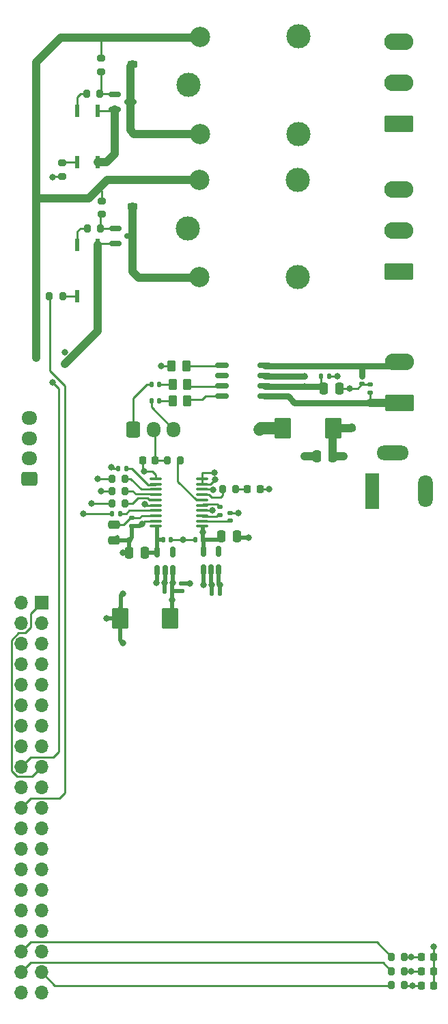
<source format=gbr>
%TF.GenerationSoftware,KiCad,Pcbnew,8.0.6*%
%TF.CreationDate,2024-12-05T11:31:46+01:00*%
%TF.ProjectId,BANBEL,42414e42-454c-42e6-9b69-6361645f7063,1.01*%
%TF.SameCoordinates,Original*%
%TF.FileFunction,Copper,L1,Top*%
%TF.FilePolarity,Positive*%
%FSLAX46Y46*%
G04 Gerber Fmt 4.6, Leading zero omitted, Abs format (unit mm)*
G04 Created by KiCad (PCBNEW 8.0.6) date 2024-12-05 11:31:46*
%MOMM*%
%LPD*%
G01*
G04 APERTURE LIST*
G04 Aperture macros list*
%AMRoundRect*
0 Rectangle with rounded corners*
0 $1 Rounding radius*
0 $2 $3 $4 $5 $6 $7 $8 $9 X,Y pos of 4 corners*
0 Add a 4 corners polygon primitive as box body*
4,1,4,$2,$3,$4,$5,$6,$7,$8,$9,$2,$3,0*
0 Add four circle primitives for the rounded corners*
1,1,$1+$1,$2,$3*
1,1,$1+$1,$4,$5*
1,1,$1+$1,$6,$7*
1,1,$1+$1,$8,$9*
0 Add four rect primitives between the rounded corners*
20,1,$1+$1,$2,$3,$4,$5,0*
20,1,$1+$1,$4,$5,$6,$7,0*
20,1,$1+$1,$6,$7,$8,$9,0*
20,1,$1+$1,$8,$9,$2,$3,0*%
G04 Aperture macros list end*
%TA.AperFunction,SMDPad,CuDef*%
%ADD10RoundRect,0.250000X0.250000X0.475000X-0.250000X0.475000X-0.250000X-0.475000X0.250000X-0.475000X0*%
%TD*%
%TA.AperFunction,ComponentPad*%
%ADD11R,1.700000X1.700000*%
%TD*%
%TA.AperFunction,ComponentPad*%
%ADD12O,1.700000X1.700000*%
%TD*%
%TA.AperFunction,SMDPad,CuDef*%
%ADD13RoundRect,0.140000X0.170000X-0.140000X0.170000X0.140000X-0.170000X0.140000X-0.170000X-0.140000X0*%
%TD*%
%TA.AperFunction,SMDPad,CuDef*%
%ADD14RoundRect,0.218750X0.218750X0.256250X-0.218750X0.256250X-0.218750X-0.256250X0.218750X-0.256250X0*%
%TD*%
%TA.AperFunction,SMDPad,CuDef*%
%ADD15RoundRect,0.200000X0.200000X0.275000X-0.200000X0.275000X-0.200000X-0.275000X0.200000X-0.275000X0*%
%TD*%
%TA.AperFunction,SMDPad,CuDef*%
%ADD16RoundRect,0.250000X0.787500X1.025000X-0.787500X1.025000X-0.787500X-1.025000X0.787500X-1.025000X0*%
%TD*%
%TA.AperFunction,SMDPad,CuDef*%
%ADD17RoundRect,0.225000X-0.375000X0.225000X-0.375000X-0.225000X0.375000X-0.225000X0.375000X0.225000X0*%
%TD*%
%TA.AperFunction,SMDPad,CuDef*%
%ADD18RoundRect,0.200000X-0.200000X-0.275000X0.200000X-0.275000X0.200000X0.275000X-0.200000X0.275000X0*%
%TD*%
%TA.AperFunction,SMDPad,CuDef*%
%ADD19RoundRect,0.140000X0.140000X0.170000X-0.140000X0.170000X-0.140000X-0.170000X0.140000X-0.170000X0*%
%TD*%
%TA.AperFunction,SMDPad,CuDef*%
%ADD20RoundRect,0.140000X-0.140000X-0.170000X0.140000X-0.170000X0.140000X0.170000X-0.140000X0.170000X0*%
%TD*%
%TA.AperFunction,SMDPad,CuDef*%
%ADD21RoundRect,0.200000X0.275000X-0.200000X0.275000X0.200000X-0.275000X0.200000X-0.275000X-0.200000X0*%
%TD*%
%TA.AperFunction,SMDPad,CuDef*%
%ADD22RoundRect,0.250000X-0.262500X-0.450000X0.262500X-0.450000X0.262500X0.450000X-0.262500X0.450000X0*%
%TD*%
%TA.AperFunction,SMDPad,CuDef*%
%ADD23RoundRect,0.150000X0.150000X-0.512500X0.150000X0.512500X-0.150000X0.512500X-0.150000X-0.512500X0*%
%TD*%
%TA.AperFunction,ComponentPad*%
%ADD24RoundRect,0.250000X0.725000X-0.600000X0.725000X0.600000X-0.725000X0.600000X-0.725000X-0.600000X0*%
%TD*%
%TA.AperFunction,ComponentPad*%
%ADD25O,1.950000X1.700000*%
%TD*%
%TA.AperFunction,ComponentPad*%
%ADD26RoundRect,0.250000X-0.600000X-0.725000X0.600000X-0.725000X0.600000X0.725000X-0.600000X0.725000X0*%
%TD*%
%TA.AperFunction,ComponentPad*%
%ADD27O,1.700000X1.950000*%
%TD*%
%TA.AperFunction,SMDPad,CuDef*%
%ADD28RoundRect,0.225000X-0.225000X-0.250000X0.225000X-0.250000X0.225000X0.250000X-0.225000X0.250000X0*%
%TD*%
%TA.AperFunction,SMDPad,CuDef*%
%ADD29RoundRect,0.100000X0.637500X0.100000X-0.637500X0.100000X-0.637500X-0.100000X0.637500X-0.100000X0*%
%TD*%
%TA.AperFunction,SMDPad,CuDef*%
%ADD30RoundRect,0.135000X0.135000X0.185000X-0.135000X0.185000X-0.135000X-0.185000X0.135000X-0.185000X0*%
%TD*%
%TA.AperFunction,SMDPad,CuDef*%
%ADD31RoundRect,0.150000X-0.675000X-0.150000X0.675000X-0.150000X0.675000X0.150000X-0.675000X0.150000X0*%
%TD*%
%TA.AperFunction,SMDPad,CuDef*%
%ADD32R,0.600000X1.500000*%
%TD*%
%TA.AperFunction,ComponentPad*%
%ADD33RoundRect,0.249999X1.550001X-0.790001X1.550001X0.790001X-1.550001X0.790001X-1.550001X-0.790001X0*%
%TD*%
%TA.AperFunction,ComponentPad*%
%ADD34O,3.600000X2.080000*%
%TD*%
%TA.AperFunction,SMDPad,CuDef*%
%ADD35RoundRect,0.225000X0.225000X0.250000X-0.225000X0.250000X-0.225000X-0.250000X0.225000X-0.250000X0*%
%TD*%
%TA.AperFunction,SMDPad,CuDef*%
%ADD36RoundRect,0.250000X-0.475000X0.250000X-0.475000X-0.250000X0.475000X-0.250000X0.475000X0.250000X0*%
%TD*%
%TA.AperFunction,SMDPad,CuDef*%
%ADD37RoundRect,0.150000X-0.587500X-0.150000X0.587500X-0.150000X0.587500X0.150000X-0.587500X0.150000X0*%
%TD*%
%TA.AperFunction,SMDPad,CuDef*%
%ADD38RoundRect,0.140000X-0.170000X0.140000X-0.170000X-0.140000X0.170000X-0.140000X0.170000X0.140000X0*%
%TD*%
%TA.AperFunction,SMDPad,CuDef*%
%ADD39RoundRect,0.250000X-0.250000X-0.475000X0.250000X-0.475000X0.250000X0.475000X-0.250000X0.475000X0*%
%TD*%
%TA.AperFunction,ComponentPad*%
%ADD40C,3.000000*%
%TD*%
%TA.AperFunction,ComponentPad*%
%ADD41C,2.500000*%
%TD*%
%TA.AperFunction,ComponentPad*%
%ADD42R,1.800000X4.400000*%
%TD*%
%TA.AperFunction,ComponentPad*%
%ADD43O,1.800000X4.000000*%
%TD*%
%TA.AperFunction,ComponentPad*%
%ADD44O,4.000000X1.800000*%
%TD*%
%TA.AperFunction,ViaPad*%
%ADD45C,0.800000*%
%TD*%
%TA.AperFunction,Conductor*%
%ADD46C,0.250000*%
%TD*%
%TA.AperFunction,Conductor*%
%ADD47C,0.500000*%
%TD*%
%TA.AperFunction,Conductor*%
%ADD48C,1.000000*%
%TD*%
%TA.AperFunction,Conductor*%
%ADD49C,1.500000*%
%TD*%
%TA.AperFunction,Conductor*%
%ADD50C,0.800000*%
%TD*%
G04 APERTURE END LIST*
D10*
%TO.P,C4,1*%
%TO.N,+5V*%
X104249500Y-83058000D03*
%TO.P,C4,2*%
%TO.N,GND*%
X102349500Y-83058000D03*
%TD*%
D11*
%TO.P,J2,1,Pin_1*%
%TO.N,+3V3P*%
X68203000Y-101239200D03*
D12*
%TO.P,J2,2,Pin_2*%
%TO.N,+5V*%
X65663000Y-101239200D03*
%TO.P,J2,3,Pin_3*%
%TO.N,unconnected-(J2-Pin_3-Pad3)*%
X68203000Y-103779200D03*
%TO.P,J2,4,Pin_4*%
%TO.N,+5V*%
X65663000Y-103779200D03*
%TO.P,J2,5,Pin_5*%
%TO.N,unconnected-(J2-Pin_5-Pad5)*%
X68203000Y-106319200D03*
%TO.P,J2,6,Pin_6*%
%TO.N,GND*%
X65663000Y-106319200D03*
%TO.P,J2,7,Pin_7*%
%TO.N,unconnected-(J2-Pin_7-Pad7)*%
X68203000Y-108859200D03*
%TO.P,J2,8,Pin_8*%
%TO.N,unconnected-(J2-Pin_8-Pad8)*%
X65663000Y-108859200D03*
%TO.P,J2,9,Pin_9*%
%TO.N,GND*%
X68203000Y-111399200D03*
%TO.P,J2,10,Pin_10*%
%TO.N,unconnected-(J2-Pin_10-Pad10)*%
X65663000Y-111399200D03*
%TO.P,J2,11,Pin_11*%
%TO.N,GPIO17*%
X68203000Y-113939200D03*
%TO.P,J2,12,Pin_12*%
%TO.N,GPIO18*%
X65663000Y-113939200D03*
%TO.P,J2,13,Pin_13*%
%TO.N,GPIO27*%
X68203000Y-116479200D03*
%TO.P,J2,14,Pin_14*%
%TO.N,GND*%
X65663000Y-116479200D03*
%TO.P,J2,15,Pin_15*%
%TO.N,GPIO22*%
X68203000Y-119019200D03*
%TO.P,J2,16,Pin_16*%
%TO.N,GPIO23*%
X65663000Y-119019200D03*
%TO.P,J2,17,Pin_17*%
%TO.N,+3V3P*%
X68203000Y-121559200D03*
%TO.P,J2,18,Pin_18*%
%TO.N,GPIO24*%
X65663000Y-121559200D03*
%TO.P,J2,19,Pin_19*%
%TO.N,GPIO10*%
X68203000Y-124099200D03*
%TO.P,J2,20,Pin_20*%
%TO.N,GND*%
X65663000Y-124099200D03*
%TO.P,J2,21,Pin_21*%
%TO.N,GPIO09*%
X68203000Y-126639200D03*
%TO.P,J2,22,Pin_22*%
%TO.N,GPIO25*%
X65663000Y-126639200D03*
%TO.P,J2,23,Pin_23*%
%TO.N,GPIO11*%
X68203000Y-129179200D03*
%TO.P,J2,24,Pin_24*%
%TO.N,GPIO8*%
X65663000Y-129179200D03*
%TO.P,J2,25,Pin_25*%
%TO.N,GND*%
X68203000Y-131719200D03*
%TO.P,J2,26,Pin_26*%
%TO.N,GPIO7*%
X65663000Y-131719200D03*
%TO.P,J2,27,Pin_27*%
%TO.N,unconnected-(J2-Pin_27-Pad27)*%
X68203000Y-134259200D03*
%TO.P,J2,28,Pin_28*%
%TO.N,unconnected-(J2-Pin_28-Pad28)*%
X65663000Y-134259200D03*
%TO.P,J2,29,Pin_29*%
%TO.N,unconnected-(J2-Pin_29-Pad29)*%
X68203000Y-136799200D03*
%TO.P,J2,30,Pin_30*%
%TO.N,GND*%
X65663000Y-136799200D03*
%TO.P,J2,31,Pin_31*%
%TO.N,GPIO6*%
X68203000Y-139339200D03*
%TO.P,J2,32,Pin_32*%
%TO.N,unconnected-(J2-Pin_32-Pad32)*%
X65663000Y-139339200D03*
%TO.P,J2,33,Pin_33*%
%TO.N,GPIO13*%
X68203000Y-141879200D03*
%TO.P,J2,34,Pin_34*%
%TO.N,GND*%
X65663000Y-141879200D03*
%TO.P,J2,35,Pin_35*%
%TO.N,GPIO19*%
X68203000Y-144419200D03*
%TO.P,J2,36,Pin_36*%
%TO.N,GPIO16*%
X65663000Y-144419200D03*
%TO.P,J2,37,Pin_37*%
%TO.N,GPIO26*%
X68203000Y-146959200D03*
%TO.P,J2,38,Pin_38*%
%TO.N,GPIO20*%
X65663000Y-146959200D03*
%TO.P,J2,39,Pin_39*%
%TO.N,GND*%
X68203000Y-149499200D03*
%TO.P,J2,40,Pin_40*%
%TO.N,GPIO21*%
X65663000Y-149499200D03*
%TD*%
D13*
%TO.P,C6,1*%
%TO.N,+5V*%
X85598000Y-99771000D03*
%TO.P,C6,2*%
%TO.N,GND*%
X85598000Y-98811000D03*
%TD*%
D14*
%TO.P,D2,1,K*%
%TO.N,GND*%
X116840000Y-146812000D03*
%TO.P,D2,2,A*%
%TO.N,Net-(D2-A)*%
X115265000Y-146812000D03*
%TD*%
D15*
%TO.P,R3,1*%
%TO.N,Net-(D1-A)*%
X113194600Y-145034000D03*
%TO.P,R3,2*%
%TO.N,GPIO16*%
X111544600Y-145034000D03*
%TD*%
%TO.P,R4,1*%
%TO.N,Net-(D2-A)*%
X113194600Y-146812000D03*
%TO.P,R4,2*%
%TO.N,GPIO20*%
X111544600Y-146812000D03*
%TD*%
%TO.P,R5,1*%
%TO.N,Net-(D3-A)*%
X113194600Y-148539200D03*
%TO.P,R5,2*%
%TO.N,GPIO26*%
X111544600Y-148539200D03*
%TD*%
D16*
%TO.P,C1,1*%
%TO.N,+5V*%
X84138500Y-103124000D03*
%TO.P,C1,2*%
%TO.N,GND*%
X77913500Y-103124000D03*
%TD*%
D14*
%TO.P,D1,1,K*%
%TO.N,GND*%
X116840000Y-145034000D03*
%TO.P,D1,2,A*%
%TO.N,Net-(D1-A)*%
X115265000Y-145034000D03*
%TD*%
%TO.P,D3,1,K*%
%TO.N,GND*%
X116840000Y-148590000D03*
%TO.P,D3,2,A*%
%TO.N,Net-(D3-A)*%
X115265000Y-148590000D03*
%TD*%
D17*
%TO.P,D4,1,K*%
%TO.N,+5V*%
X79502000Y-31244000D03*
%TO.P,D4,2,A*%
%TO.N,Net-(D4-A)*%
X79502000Y-34544000D03*
%TD*%
D18*
%TO.P,R8,1*%
%TO.N,GPIO25*%
X69138800Y-63296800D03*
%TO.P,R8,2*%
%TO.N,Net-(R8-Pad2)*%
X70788800Y-63296800D03*
%TD*%
%TO.P,R13,1*%
%TO.N,GPIO19*%
X76899000Y-88900000D03*
%TO.P,R13,2*%
%TO.N,Net-(U3-LRCK)*%
X78549000Y-88900000D03*
%TD*%
D19*
%TO.P,C10,1*%
%TO.N,+3.3VA*%
X88209000Y-93395800D03*
%TO.P,C10,2*%
%TO.N,GND*%
X87249000Y-93395800D03*
%TD*%
D15*
%TO.P,R15,1*%
%TO.N,Net-(U3-OUTL)*%
X85407000Y-83566000D03*
%TO.P,R15,2*%
%TO.N,Net-(J1-Pin_2)*%
X83757000Y-83566000D03*
%TD*%
D20*
%TO.P,C3,1*%
%TO.N,+3V3*%
X83241000Y-93395800D03*
%TO.P,C3,2*%
%TO.N,GND*%
X84201000Y-93395800D03*
%TD*%
D21*
%TO.P,R17,1*%
%TO.N,Net-(Q3-B)*%
X75565000Y-35496000D03*
%TO.P,R17,2*%
%TO.N,+5V*%
X75565000Y-33846000D03*
%TD*%
D22*
%TO.P,R2,1*%
%TO.N,Net-(C22-Pad2)*%
X84431500Y-74168000D03*
%TO.P,R2,2*%
%TO.N,Net-(U1-IN+)*%
X86256500Y-74168000D03*
%TD*%
D23*
%TO.P,U5,1,V_{IN}*%
%TO.N,+5V*%
X88265000Y-97149500D03*
%TO.P,U5,2,V_{SS}*%
%TO.N,GND*%
X89215000Y-97149500D03*
%TO.P,U5,3,CE*%
%TO.N,+5V*%
X90165000Y-97149500D03*
%TO.P,U5,4,NC*%
%TO.N,unconnected-(U5-NC-Pad4)*%
X90165000Y-94874500D03*
%TO.P,U5,5,V_{OUT}*%
%TO.N,+3.3VA*%
X88265000Y-94874500D03*
%TD*%
D24*
%TO.P,J3,1,Pin_1*%
%TO.N,GND*%
X66675000Y-85859000D03*
D25*
%TO.P,J3,2,Pin_2*%
%TO.N,Net-(D1-A)*%
X66675000Y-83359000D03*
%TO.P,J3,3,Pin_3*%
%TO.N,Net-(D2-A)*%
X66675000Y-80859000D03*
%TO.P,J3,4,Pin_4*%
%TO.N,Net-(D3-A)*%
X66675000Y-78359000D03*
%TD*%
D26*
%TO.P,J1,1,Pin_1*%
%TO.N,Net-(J1-Pin_1)*%
X79582000Y-79756000D03*
D27*
%TO.P,J1,2,Pin_2*%
%TO.N,Net-(J1-Pin_2)*%
X82082000Y-79756000D03*
%TO.P,J1,3,Pin_3*%
%TO.N,Net-(J1-Pin_3)*%
X84582000Y-79756000D03*
%TD*%
D18*
%TO.P,R14,1*%
%TO.N,Net-(U3-OUTR)*%
X90615000Y-87122000D03*
%TO.P,R14,2*%
%TO.N,Net-(C16-Pad1)*%
X92265000Y-87122000D03*
%TD*%
D28*
%TO.P,C16,1*%
%TO.N,Net-(C16-Pad1)*%
X93713000Y-87122000D03*
%TO.P,C16,2*%
%TO.N,GND*%
X95263000Y-87122000D03*
%TD*%
D29*
%TO.P,U3,1,CPVDD*%
%TO.N,+3.3VA*%
X88079500Y-91748800D03*
%TO.P,U3,2,CAPP*%
%TO.N,Net-(U3-CAPP)*%
X88079500Y-91098800D03*
%TO.P,U3,3,CPGND*%
%TO.N,Net-(U3-CPGND)*%
X88079500Y-90448800D03*
%TO.P,U3,4,CAPM*%
%TO.N,Net-(U3-CAPM)*%
X88079500Y-89798800D03*
%TO.P,U3,5,VNEG*%
%TO.N,Net-(U3-VNEG)*%
X88079500Y-89148800D03*
%TO.P,U3,6,OUTL*%
%TO.N,Net-(U3-OUTL)*%
X88079500Y-88498800D03*
%TO.P,U3,7,OUTR*%
%TO.N,Net-(U3-OUTR)*%
X88079500Y-87848800D03*
%TO.P,U3,8,AVDD*%
%TO.N,+3.3VA*%
X88079500Y-87198800D03*
%TO.P,U3,9,AGND*%
%TO.N,GND*%
X88079500Y-86548800D03*
%TO.P,U3,10,DEMP*%
X88079500Y-85898800D03*
%TO.P,U3,11,FLT*%
X82354500Y-85898800D03*
%TO.P,U3,12,SCK*%
%TO.N,Net-(U3-SCK)*%
X82354500Y-86548800D03*
%TO.P,U3,13,BCK*%
%TO.N,Net-(U3-BCK)*%
X82354500Y-87198800D03*
%TO.P,U3,14,DIN*%
%TO.N,Net-(U3-DIN)*%
X82354500Y-87848800D03*
%TO.P,U3,15,LRCK*%
%TO.N,Net-(U3-LRCK)*%
X82354500Y-88498800D03*
%TO.P,U3,16,FMT*%
%TO.N,GND*%
X82354500Y-89148800D03*
%TO.P,U3,17,XSMT*%
%TO.N,Net-(U3-XSMT)*%
X82354500Y-89798800D03*
%TO.P,U3,18,LDOO*%
%TO.N,Net-(U3-LDOO)*%
X82354500Y-90448800D03*
%TO.P,U3,19,DGND*%
%TO.N,GND*%
X82354500Y-91098800D03*
%TO.P,U3,20,DVDD*%
%TO.N,+3V3*%
X82354500Y-91748800D03*
%TD*%
D13*
%TO.P,C24,1*%
%TO.N,GND*%
X107950000Y-74112000D03*
%TO.P,C24,2*%
%TO.N,Net-(J7-Pin_2)*%
X107950000Y-73152000D03*
%TD*%
D19*
%TO.P,C2,1*%
%TO.N,+5V*%
X84399000Y-99745800D03*
%TO.P,C2,2*%
%TO.N,GND*%
X83439000Y-99745800D03*
%TD*%
D16*
%TO.P,C27,1*%
%TO.N,+5V*%
X104329500Y-79602000D03*
%TO.P,C27,2*%
%TO.N,GND*%
X98104500Y-79602000D03*
%TD*%
D22*
%TO.P,R6,1*%
%TO.N,+5V*%
X84328000Y-71882000D03*
%TO.P,R6,2*%
%TO.N,Net-(U1-~{SD})*%
X86153000Y-71882000D03*
%TD*%
D23*
%TO.P,U4,1,V_{IN}*%
%TO.N,+5V*%
X82555000Y-97205800D03*
%TO.P,U4,2,V_{SS}*%
%TO.N,GND*%
X83505000Y-97205800D03*
%TO.P,U4,3,CE*%
%TO.N,+5V*%
X84455000Y-97205800D03*
%TO.P,U4,4,NC*%
%TO.N,unconnected-(U4-NC-Pad4)*%
X84455000Y-94930800D03*
%TO.P,U4,5,V_{OUT}*%
%TO.N,+3V3*%
X82555000Y-94930800D03*
%TD*%
D30*
%TO.P,R16,1*%
%TO.N,Net-(U3-XSMT)*%
X77980000Y-90170000D03*
%TO.P,R16,2*%
%TO.N,GPIO22*%
X76960000Y-90170000D03*
%TD*%
D18*
%TO.P,R10,1*%
%TO.N,GPIO21*%
X76897000Y-87376000D03*
%TO.P,R10,2*%
%TO.N,Net-(U3-DIN)*%
X78547000Y-87376000D03*
%TD*%
D31*
%TO.P,U1,1,~{SD}*%
%TO.N,Net-(U1-~{SD})*%
X90593000Y-71856600D03*
%TO.P,U1,2,NC*%
%TO.N,unconnected-(U1-NC-Pad2)*%
X90593000Y-73126600D03*
%TO.P,U1,3,IN+*%
%TO.N,Net-(U1-IN+)*%
X90593000Y-74396600D03*
%TO.P,U1,4,IN-*%
%TO.N,Net-(U1-IN-)*%
X90593000Y-75666600D03*
%TO.P,U1,5,OUT+*%
%TO.N,Net-(J7-Pin_1)*%
X95843000Y-75666600D03*
%TO.P,U1,6,VDD*%
%TO.N,+5V*%
X95843000Y-74396600D03*
%TO.P,U1,7,GND*%
%TO.N,GND*%
X95843000Y-73126600D03*
%TO.P,U1,8,OUT-*%
%TO.N,Net-(J7-Pin_2)*%
X95843000Y-71856600D03*
%TD*%
D32*
%TO.P,U6,1*%
%TO.N,Net-(R8-Pad2)*%
X72644000Y-63253400D03*
%TO.P,U6,2*%
%TO.N,GND*%
X75184000Y-63253400D03*
%TO.P,U6,3*%
X75184000Y-56903400D03*
%TO.P,U6,4*%
%TO.N,Net-(R12-Pad1)*%
X72644000Y-56903400D03*
%TD*%
D33*
%TO.P,J5,1,Pin_1*%
%TO.N,Net-(J5-Pin_1)*%
X112522000Y-60198000D03*
D34*
%TO.P,J5,2,Pin_2*%
%TO.N,Net-(J5-Pin_2)*%
X112522000Y-55118000D03*
%TO.P,J5,3,Pin_3*%
%TO.N,Net-(J5-Pin_3)*%
X112522000Y-50038000D03*
%TD*%
D35*
%TO.P,C17,1*%
%TO.N,Net-(J1-Pin_2)*%
X82296000Y-83566000D03*
%TO.P,C17,2*%
%TO.N,GND*%
X80746000Y-83566000D03*
%TD*%
D18*
%TO.P,R12,1*%
%TO.N,Net-(R12-Pad1)*%
X73851000Y-54914800D03*
%TO.P,R12,2*%
%TO.N,Net-(Q2-B)*%
X75501000Y-54914800D03*
%TD*%
D36*
%TO.P,C13,1*%
%TO.N,Net-(U3-LDOO)*%
X77216000Y-91572000D03*
%TO.P,C13,2*%
%TO.N,GND*%
X77216000Y-93472000D03*
%TD*%
D37*
%TO.P,Q2,1,B*%
%TO.N,Net-(Q2-B)*%
X77345300Y-54879200D03*
%TO.P,Q2,2,E*%
%TO.N,GND*%
X77345300Y-56779200D03*
%TO.P,Q2,3,C*%
%TO.N,Net-(D5-A)*%
X79220300Y-55829200D03*
%TD*%
D19*
%TO.P,C9,1*%
%TO.N,+5V*%
X90269000Y-99999800D03*
%TO.P,C9,2*%
%TO.N,GND*%
X89309000Y-99999800D03*
%TD*%
D13*
%TO.P,C15,1*%
%TO.N,Net-(U3-CAPP)*%
X91567000Y-91053800D03*
%TO.P,C15,2*%
%TO.N,Net-(U3-CAPM)*%
X91567000Y-90093800D03*
%TD*%
D20*
%TO.P,C22,1*%
%TO.N,Net-(J1-Pin_1)*%
X81816000Y-74168000D03*
%TO.P,C22,2*%
%TO.N,Net-(C22-Pad2)*%
X82776000Y-74168000D03*
%TD*%
D18*
%TO.P,R18,1*%
%TO.N,Net-(R18-Pad1)*%
X73788000Y-38227000D03*
%TO.P,R18,2*%
%TO.N,Net-(Q3-B)*%
X75438000Y-38227000D03*
%TD*%
D38*
%TO.P,C14,1*%
%TO.N,Net-(U3-VNEG)*%
X90297000Y-89387800D03*
%TO.P,C14,2*%
%TO.N,Net-(U3-CPGND)*%
X90297000Y-90347800D03*
%TD*%
D20*
%TO.P,C23,1*%
%TO.N,Net-(J1-Pin_3)*%
X81844000Y-76200000D03*
%TO.P,C23,2*%
%TO.N,Net-(C23-Pad2)*%
X82804000Y-76200000D03*
%TD*%
D30*
%TO.P,R9,1*%
%TO.N,Net-(U3-SCK)*%
X78742000Y-84582000D03*
%TO.P,R9,2*%
%TO.N,GND*%
X77722000Y-84582000D03*
%TD*%
D39*
%TO.P,C26,1*%
%TO.N,+5V*%
X103190000Y-74676000D03*
%TO.P,C26,2*%
%TO.N,GND*%
X105090000Y-74676000D03*
%TD*%
D38*
%TO.P,C25,1*%
%TO.N,GND*%
X108966000Y-74224000D03*
%TO.P,C25,2*%
%TO.N,Net-(J7-Pin_1)*%
X108966000Y-75184000D03*
%TD*%
D17*
%TO.P,D5,1,K*%
%TO.N,+5V*%
X79502000Y-48896000D03*
%TO.P,D5,2,A*%
%TO.N,Net-(D5-A)*%
X79502000Y-52196000D03*
%TD*%
D33*
%TO.P,J7,1,Pin_1*%
%TO.N,Net-(J7-Pin_1)*%
X112554500Y-76454000D03*
D34*
%TO.P,J7,2,Pin_2*%
%TO.N,Net-(J7-Pin_2)*%
X112554500Y-71374000D03*
%TD*%
D38*
%TO.P,C12,1*%
%TO.N,Net-(U3-LDOO)*%
X79375000Y-90734000D03*
%TO.P,C12,2*%
%TO.N,GND*%
X79375000Y-91694000D03*
%TD*%
D20*
%TO.P,C28,1*%
%TO.N,+5V*%
X102870000Y-73152000D03*
%TO.P,C28,2*%
%TO.N,GND*%
X103830000Y-73152000D03*
%TD*%
D37*
%TO.P,Q3,1,B*%
%TO.N,Net-(Q3-B)*%
X77294500Y-38293000D03*
%TO.P,Q3,2,E*%
%TO.N,GND*%
X77294500Y-40193000D03*
%TO.P,Q3,3,C*%
%TO.N,Net-(D4-A)*%
X79169500Y-39243000D03*
%TD*%
D21*
%TO.P,R7,1*%
%TO.N,GPIO24*%
X70739000Y-48450000D03*
%TO.P,R7,2*%
%TO.N,Net-(R7-Pad2)*%
X70739000Y-46800000D03*
%TD*%
D10*
%TO.P,C8,1*%
%TO.N,+3V3*%
X80960000Y-94996000D03*
%TO.P,C8,2*%
%TO.N,GND*%
X79060000Y-94996000D03*
%TD*%
D33*
%TO.P,J4,1,Pin_1*%
%TO.N,Net-(J4-Pin_1)*%
X112522000Y-41904200D03*
D34*
%TO.P,J4,2,Pin_2*%
%TO.N,Net-(J4-Pin_2)*%
X112522000Y-36824200D03*
%TO.P,J4,3,Pin_3*%
%TO.N,Net-(J4-Pin_3)*%
X112522000Y-31744200D03*
%TD*%
D18*
%TO.P,R11,1*%
%TO.N,GPIO18*%
X76899000Y-85852000D03*
%TO.P,R11,2*%
%TO.N,Net-(U3-BCK)*%
X78549000Y-85852000D03*
%TD*%
D39*
%TO.P,C11,1*%
%TO.N,+3.3VA*%
X90490000Y-92964000D03*
%TO.P,C11,2*%
%TO.N,GND*%
X92390000Y-92964000D03*
%TD*%
D40*
%TO.P,K1,1*%
%TO.N,Net-(J4-Pin_2)*%
X86434000Y-37130000D03*
D41*
%TO.P,K1,2*%
%TO.N,Net-(D4-A)*%
X87834000Y-43180000D03*
D40*
%TO.P,K1,3*%
%TO.N,Net-(J4-Pin_1)*%
X100034000Y-43180000D03*
%TO.P,K1,4*%
%TO.N,Net-(J4-Pin_3)*%
X100034000Y-31130000D03*
D41*
%TO.P,K1,5*%
%TO.N,+5V*%
X87834000Y-31180000D03*
%TD*%
D32*
%TO.P,U2,1*%
%TO.N,Net-(R7-Pad2)*%
X72644000Y-46718000D03*
%TO.P,U2,2*%
%TO.N,GND*%
X75184000Y-46718000D03*
%TO.P,U2,3*%
X75184000Y-40368000D03*
%TO.P,U2,4*%
%TO.N,Net-(R18-Pad1)*%
X72644000Y-40368000D03*
%TD*%
D22*
%TO.P,R1,1*%
%TO.N,Net-(C23-Pad2)*%
X84429500Y-76200000D03*
%TO.P,R1,2*%
%TO.N,Net-(U1-IN-)*%
X86254500Y-76200000D03*
%TD*%
D42*
%TO.P,J6,1*%
%TO.N,+5V*%
X109174000Y-87376000D03*
D43*
%TO.P,J6,2*%
%TO.N,GND*%
X115824000Y-87376000D03*
D44*
%TO.P,J6,3*%
%TO.N,unconnected-(J6-Pad3)*%
X111724000Y-82676000D03*
%TD*%
D21*
%TO.P,R19,1*%
%TO.N,Net-(Q2-B)*%
X75692000Y-53149000D03*
%TO.P,R19,2*%
%TO.N,+5V*%
X75692000Y-51499000D03*
%TD*%
D40*
%TO.P,K2,1*%
%TO.N,Net-(J5-Pin_2)*%
X86360000Y-54864000D03*
D41*
%TO.P,K2,2*%
%TO.N,Net-(D5-A)*%
X87760000Y-60914000D03*
D40*
%TO.P,K2,3*%
%TO.N,Net-(J5-Pin_1)*%
X99960000Y-60914000D03*
%TO.P,K2,4*%
%TO.N,Net-(J5-Pin_3)*%
X99960000Y-48864000D03*
D41*
%TO.P,K2,5*%
%TO.N,+5V*%
X87760000Y-48914000D03*
%TD*%
D45*
%TO.N,GND*%
X78245000Y-100076000D03*
X100838000Y-83058000D03*
X100838000Y-73185000D03*
X76213000Y-103124000D03*
X106426000Y-74676000D03*
X76644500Y-46291500D03*
X71069200Y-71678800D03*
X116840000Y-143764000D03*
X96393000Y-87122000D03*
X78245000Y-94996000D03*
X80645000Y-91453000D03*
X71069200Y-70256400D03*
X80970274Y-89023800D03*
X76835012Y-84454988D03*
X79059998Y-93472014D03*
X89669822Y-86008409D03*
X86614000Y-98806000D03*
X104902000Y-73152000D03*
X93853000Y-93141800D03*
X78245000Y-106172000D03*
X83439000Y-98729800D03*
X89281000Y-98983800D03*
X72212200Y-70535800D03*
X89662000Y-85090000D03*
X95250000Y-79756000D03*
X80877758Y-84958242D03*
X85724986Y-93395800D03*
%TO.N,Net-(D1-A)*%
X114046000Y-145034000D03*
%TO.N,GPIO18*%
X75184003Y-85851997D03*
%TO.N,GPIO21*%
X75611508Y-87375999D03*
%TO.N,GPIO19*%
X74409000Y-88899990D03*
%TO.N,Net-(D2-A)*%
X114046000Y-146812000D03*
%TO.N,GPIO22*%
X73406000Y-90170000D03*
%TO.N,Net-(D3-A)*%
X114172998Y-148590000D03*
%TO.N,+3.3VA*%
X89465456Y-87247165D03*
X88209000Y-92456000D03*
%TO.N,+5V*%
X82423000Y-98729800D03*
X100837994Y-74455000D03*
X105664000Y-83058000D03*
X88265000Y-98983800D03*
X106680000Y-79502000D03*
X67564000Y-70866000D03*
X83058000Y-71882000D03*
X90297000Y-98983800D03*
X84399000Y-100838000D03*
X84455000Y-98729800D03*
%TO.N,GPIO24*%
X69596003Y-73914003D03*
X69596003Y-48514000D03*
%TO.N,Net-(U3-CAPM)*%
X89408000Y-89749792D03*
X92583000Y-90093800D03*
%TD*%
D46*
%TO.N,GND*%
X95009000Y-87122000D02*
X96393000Y-87122000D01*
X88079500Y-86548800D02*
X89129431Y-86548800D01*
D47*
X79060000Y-94996000D02*
X79060000Y-93472016D01*
X77913500Y-103124000D02*
X77913500Y-105840500D01*
X83439000Y-99745800D02*
X83439000Y-98729800D01*
D46*
X75308200Y-56779200D02*
X77345300Y-56779200D01*
D47*
X77216000Y-93472000D02*
X79059984Y-93472000D01*
D48*
X75184000Y-67564000D02*
X72212200Y-70535800D01*
D46*
X116840000Y-145034000D02*
X116840000Y-143764000D01*
X75184000Y-40368000D02*
X77119500Y-40368000D01*
D47*
X79059984Y-93472000D02*
X79059998Y-93472014D01*
D46*
X77119500Y-40368000D02*
X77294500Y-40193000D01*
D49*
X98104500Y-79602000D02*
X95404000Y-79602000D01*
D46*
X87249000Y-93395800D02*
X85724986Y-93395800D01*
X88138000Y-85090000D02*
X89662000Y-85090000D01*
D47*
X85598000Y-98806000D02*
X86614000Y-98806000D01*
X79375000Y-93157012D02*
X79059998Y-93472014D01*
X77913500Y-103124000D02*
X77913500Y-101893673D01*
D48*
X75184000Y-46718000D02*
X76218000Y-46718000D01*
D46*
X108062000Y-74224000D02*
X107950000Y-74112000D01*
X106426000Y-74676000D02*
X107386000Y-74676000D01*
D47*
X79060000Y-93472016D02*
X79059998Y-93472014D01*
D50*
X95843000Y-73126600D02*
X95901400Y-73185000D01*
D46*
X88079500Y-85148500D02*
X88138000Y-85090000D01*
X84201000Y-93395800D02*
X85724986Y-93395800D01*
X82354500Y-91098800D02*
X80999200Y-91098800D01*
X82354500Y-85898800D02*
X82354500Y-85402500D01*
X103830000Y-73152000D02*
X104902000Y-73152000D01*
X76962024Y-84582000D02*
X76835012Y-84454988D01*
X116840000Y-148590000D02*
X116840000Y-146812000D01*
D48*
X75184000Y-63253400D02*
X75184000Y-67564000D01*
D46*
X88079500Y-85898800D02*
X88079500Y-85148500D01*
D47*
X77913500Y-105840500D02*
X78245000Y-106172000D01*
D46*
X82354500Y-85402500D02*
X81910242Y-84958242D01*
D47*
X83505000Y-97205800D02*
X83505000Y-98663800D01*
D48*
X72212200Y-70535800D02*
X71069200Y-71678800D01*
X76644500Y-46291500D02*
X77294500Y-45641500D01*
D50*
X95901400Y-73185000D02*
X100838000Y-73185000D01*
D47*
X89215000Y-97448800D02*
X89215000Y-98917800D01*
X77913500Y-103124000D02*
X76213000Y-103124000D01*
D46*
X80746000Y-84826484D02*
X80877758Y-84958242D01*
X77722000Y-84582000D02*
X76962024Y-84582000D01*
X107386000Y-74676000D02*
X107950000Y-74112000D01*
X80999200Y-91098800D02*
X80645000Y-91453000D01*
X88079500Y-86548800D02*
X88079500Y-85898800D01*
X75184000Y-56903400D02*
X75308200Y-56779200D01*
D47*
X79375000Y-91694000D02*
X80404000Y-91694000D01*
X79060000Y-94996000D02*
X78245000Y-94996000D01*
X89309000Y-99999800D02*
X89309000Y-99011800D01*
D46*
X80746000Y-83566000D02*
X80746000Y-84826484D01*
D48*
X75184000Y-56903400D02*
X75184000Y-63253400D01*
X76218000Y-46718000D02*
X76644500Y-46291500D01*
D46*
X116840000Y-146812000D02*
X116840000Y-145034000D01*
X89309000Y-99011800D02*
X89281000Y-98983800D01*
X81910242Y-84958242D02*
X80877758Y-84958242D01*
D47*
X80404000Y-91694000D02*
X80645000Y-91453000D01*
D46*
X108966000Y-74224000D02*
X108062000Y-74224000D01*
X81095274Y-89148800D02*
X80970274Y-89023800D01*
X105090000Y-74676000D02*
X106426000Y-74676000D01*
D48*
X77294500Y-40193000D02*
X77216000Y-40271500D01*
D47*
X77913500Y-101893673D02*
X78045000Y-101762173D01*
X79375000Y-91694000D02*
X79375000Y-93157012D01*
X78045000Y-101762173D02*
X78045000Y-100276000D01*
D46*
X83505000Y-98663800D02*
X83439000Y-98729800D01*
D49*
X95404000Y-79602000D02*
X95250000Y-79756000D01*
D46*
X82354500Y-89148800D02*
X81095274Y-89148800D01*
X89129431Y-86548800D02*
X89669822Y-86008409D01*
D47*
X77216000Y-93472000D02*
X77597000Y-93091000D01*
D46*
X75481400Y-56903400D02*
X75184000Y-56903400D01*
D47*
X92451000Y-93141800D02*
X93853000Y-93141800D01*
D48*
X77294500Y-45641500D02*
X77294500Y-40193000D01*
X102362000Y-83058000D02*
X100838000Y-83058000D01*
D46*
X89215000Y-98917800D02*
X89281000Y-98983800D01*
D47*
X78045000Y-100276000D02*
X78245000Y-100076000D01*
D46*
%TO.N,GPIO25*%
X70369800Y-125464200D02*
X66838000Y-125464200D01*
X69189600Y-63347600D02*
X69189600Y-72478600D01*
X69189600Y-72478600D02*
X71062000Y-74351000D01*
X66838000Y-125464200D02*
X65663000Y-126639200D01*
X71062000Y-74351000D02*
X71062000Y-124772000D01*
X71062000Y-124772000D02*
X70369800Y-125464200D01*
X69138800Y-63296800D02*
X69189600Y-63347600D01*
%TO.N,Net-(D1-A)*%
X115265000Y-145034000D02*
X114046000Y-145034000D01*
X113260500Y-145034000D02*
X114046000Y-145034000D01*
%TO.N,GPIO18*%
X75184006Y-85852000D02*
X75184003Y-85851997D01*
X76899000Y-85852000D02*
X75184006Y-85852000D01*
%TO.N,GPIO21*%
X76897000Y-87376000D02*
X75611509Y-87376000D01*
X75611509Y-87376000D02*
X75611508Y-87375999D01*
%TO.N,GPIO19*%
X74409010Y-88900000D02*
X74409000Y-88899990D01*
X76899000Y-88900000D02*
X74409010Y-88900000D01*
%TO.N,Net-(D2-A)*%
X113260500Y-146812000D02*
X114046000Y-146812000D01*
X115265000Y-146812000D02*
X114046000Y-146812000D01*
%TO.N,GPIO22*%
X76960000Y-90170000D02*
X73406000Y-90170000D01*
%TO.N,Net-(D3-A)*%
X115265000Y-148590000D02*
X113260500Y-148590000D01*
D47*
%TO.N,+3.3VA*%
X88265000Y-95173800D02*
X88265000Y-93451800D01*
D46*
X88209000Y-91878300D02*
X88079500Y-91748800D01*
X90551000Y-93025000D02*
X90551000Y-93141800D01*
X90490000Y-92964000D02*
X90551000Y-93025000D01*
X88079500Y-87198800D02*
X89417091Y-87198800D01*
D47*
X88209000Y-93395800D02*
X90058200Y-93395800D01*
X88209000Y-92456000D02*
X88209000Y-91878300D01*
D46*
X88265000Y-93451800D02*
X88209000Y-93395800D01*
X90058200Y-93395800D02*
X90490000Y-92964000D01*
X89417091Y-87198800D02*
X89465456Y-87247165D01*
D47*
X88209000Y-93395800D02*
X88209000Y-92456000D01*
D46*
%TO.N,GPIO16*%
X66838000Y-143244200D02*
X65663000Y-144419200D01*
X111544600Y-145034000D02*
X109754800Y-143244200D01*
X109754800Y-143244200D02*
X66838000Y-143244200D01*
%TO.N,GPIO26*%
X69833800Y-148590000D02*
X68203000Y-146959200D01*
X111493800Y-148590000D02*
X69833800Y-148590000D01*
X111544600Y-148539200D02*
X111493800Y-148590000D01*
%TO.N,GPIO20*%
X66838000Y-145784200D02*
X110516800Y-145784200D01*
X65663000Y-146959200D02*
X66838000Y-145784200D01*
X110516800Y-145784200D02*
X111544600Y-146812000D01*
D47*
%TO.N,+3V3*%
X82489800Y-94996000D02*
X82555000Y-94930800D01*
X80960000Y-94996000D02*
X82489800Y-94996000D01*
D46*
X82555000Y-94930800D02*
X82555000Y-93903800D01*
X82555000Y-93903800D02*
X82555000Y-93395800D01*
X82555000Y-93395800D02*
X82555000Y-91949300D01*
X82804000Y-93395800D02*
X82626200Y-93218000D01*
X82555000Y-91949300D02*
X82354500Y-91748800D01*
X82555000Y-93395800D02*
X82804000Y-93395800D01*
D47*
X82804000Y-93395800D02*
X83241000Y-93395800D01*
X82555000Y-94930800D02*
X82555000Y-91949300D01*
D46*
%TO.N,+5V*%
X75692000Y-51499000D02*
X75692000Y-50292000D01*
D47*
X84399000Y-99745800D02*
X85567800Y-99745800D01*
D48*
X67564000Y-51181000D02*
X67564000Y-70866000D01*
D46*
X75565000Y-31244000D02*
X75565000Y-33846000D01*
X85567800Y-99745800D02*
X85598000Y-99776000D01*
D50*
X95843000Y-74396600D02*
X95901400Y-74455000D01*
D47*
X84399000Y-102863500D02*
X84399000Y-100838000D01*
D48*
X79502000Y-48896000D02*
X87742000Y-48896000D01*
D47*
X82555000Y-97205800D02*
X82555000Y-98597800D01*
X106934000Y-79756000D02*
X106680000Y-79502000D01*
D48*
X79502000Y-48896000D02*
X76326000Y-48896000D01*
D46*
X102870000Y-74356000D02*
X103190000Y-74676000D01*
D48*
X67564000Y-34290000D02*
X67564000Y-51181000D01*
D46*
X102870000Y-73152000D02*
X102870000Y-74356000D01*
D48*
X74041000Y-51181000D02*
X67564000Y-51181000D01*
X87770000Y-31244000D02*
X87834000Y-31180000D01*
D46*
X105664000Y-83058000D02*
X104237000Y-83058000D01*
D47*
X90269000Y-99999800D02*
X90269000Y-99011800D01*
D46*
X75692000Y-50292000D02*
X75311000Y-49911000D01*
X84328000Y-71882000D02*
X83058000Y-71882000D01*
D50*
X95901400Y-74455000D02*
X100837994Y-74455000D01*
D48*
X104329500Y-79602000D02*
X106580000Y-79602000D01*
X104249500Y-83058000D02*
X105664000Y-83058000D01*
X87742000Y-48896000D02*
X87760000Y-48914000D01*
X102969000Y-74455000D02*
X103190000Y-74676000D01*
X104237000Y-83058000D02*
X104237000Y-79694500D01*
X79502000Y-31244000D02*
X87770000Y-31244000D01*
D46*
X90269000Y-99011800D02*
X90297000Y-98983800D01*
D48*
X106580000Y-79602000D02*
X106680000Y-79502000D01*
X87760000Y-48914000D02*
X88310000Y-48914000D01*
D47*
X90165000Y-97448800D02*
X90165000Y-98851800D01*
X84399000Y-99745800D02*
X84399000Y-98785800D01*
X84399000Y-100838000D02*
X84399000Y-99745800D01*
D50*
X100837994Y-74455000D02*
X102969000Y-74455000D01*
D47*
X88265000Y-97448800D02*
X88265000Y-98983800D01*
D48*
X75565000Y-31244000D02*
X70610000Y-31244000D01*
X76326000Y-48896000D02*
X75311000Y-49911000D01*
X104237000Y-79694500D02*
X104329500Y-79602000D01*
D46*
X90165000Y-98851800D02*
X90297000Y-98983800D01*
X84399000Y-98785800D02*
X84455000Y-98729800D01*
D48*
X75311000Y-49911000D02*
X74041000Y-51181000D01*
D47*
X84455000Y-97205800D02*
X84455000Y-98729800D01*
D48*
X70610000Y-31244000D02*
X67564000Y-34290000D01*
D46*
X82555000Y-98597800D02*
X82423000Y-98729800D01*
D48*
X79502000Y-31244000D02*
X75565000Y-31244000D01*
D47*
X84138500Y-103124000D02*
X84399000Y-102863500D01*
D46*
%TO.N,GPIO24*%
X66838000Y-120384200D02*
X69607800Y-120384200D01*
X65663000Y-121559200D02*
X66838000Y-120384200D01*
X69607800Y-120384200D02*
X70358000Y-119634000D01*
X70358000Y-119634000D02*
X70358000Y-74676000D01*
X69660003Y-48450000D02*
X69596003Y-48514000D01*
X70358000Y-74676000D02*
X69596003Y-73914003D01*
X70739000Y-48450000D02*
X69660003Y-48450000D01*
%TO.N,Net-(U3-LDOO)*%
X77216000Y-91572000D02*
X78354000Y-91572000D01*
X80623895Y-90448800D02*
X82354500Y-90448800D01*
X79192000Y-90734000D02*
X80338695Y-90734000D01*
X80338695Y-90734000D02*
X80623895Y-90448800D01*
X78354000Y-91572000D02*
X79192000Y-90734000D01*
%TO.N,Net-(U3-CPGND)*%
X90297000Y-90347800D02*
X90043000Y-90347800D01*
X90043000Y-90347800D02*
X89866008Y-90524792D01*
X88155492Y-90524792D02*
X88079500Y-90448800D01*
X89866008Y-90524792D02*
X88155492Y-90524792D01*
%TO.N,Net-(U3-VNEG)*%
X89933992Y-89024792D02*
X90297000Y-89387800D01*
X88203508Y-89024792D02*
X89933992Y-89024792D01*
X88079500Y-89148800D02*
X88203508Y-89024792D01*
%TO.N,Net-(U3-CAPM)*%
X92583000Y-90093800D02*
X91567000Y-90093800D01*
X89358992Y-89798800D02*
X89408000Y-89749792D01*
X88079500Y-89798800D02*
X89358992Y-89798800D01*
%TO.N,Net-(U3-CAPP)*%
X88079500Y-91098800D02*
X91522000Y-91098800D01*
X91522000Y-91098800D02*
X91567000Y-91053800D01*
%TO.N,Net-(C16-Pad1)*%
X92265000Y-87122000D02*
X93713000Y-87122000D01*
%TO.N,Net-(U3-DIN)*%
X78547000Y-87376000D02*
X79502000Y-87376000D01*
X79919258Y-87793258D02*
X82298958Y-87793258D01*
X79502000Y-87376000D02*
X79919258Y-87793258D01*
X82298958Y-87793258D02*
X82354500Y-87848800D01*
%TO.N,Net-(U3-BCK)*%
X78549000Y-85852000D02*
X79248000Y-85852000D01*
X80594800Y-87198800D02*
X82354500Y-87198800D01*
X79248000Y-85852000D02*
X80594800Y-87198800D01*
%TO.N,Net-(U3-SCK)*%
X79405500Y-84582000D02*
X81450500Y-86627000D01*
X82276300Y-86627000D02*
X82354500Y-86548800D01*
X81450500Y-86627000D02*
X82276300Y-86627000D01*
X78742000Y-84582000D02*
X79405500Y-84582000D01*
%TO.N,Net-(U3-LRCK)*%
X81541290Y-88498800D02*
X82354500Y-88498800D01*
X78549000Y-88900000D02*
X79502000Y-88900000D01*
X81291290Y-88248800D02*
X81541290Y-88498800D01*
X79502000Y-88900000D02*
X80153200Y-88248800D01*
X80153200Y-88248800D02*
X81291290Y-88248800D01*
%TO.N,Net-(U3-OUTR)*%
X88079500Y-87848800D02*
X88962713Y-87848800D01*
X89264913Y-88151000D02*
X90401112Y-88151000D01*
X90401112Y-88151000D02*
X90615000Y-87937112D01*
X88962713Y-87848800D02*
X89264913Y-88151000D01*
X90615000Y-87937112D02*
X90615000Y-87122000D01*
X90615000Y-87122000D02*
X90678000Y-87122000D01*
%TO.N,Net-(U3-OUTL)*%
X85092000Y-83566000D02*
X85092000Y-86202612D01*
X87388188Y-88498800D02*
X88079500Y-88498800D01*
X85092000Y-86202612D02*
X87388188Y-88498800D01*
%TO.N,Net-(U3-XSMT)*%
X79077804Y-89798800D02*
X82354500Y-89798800D01*
X77980000Y-90170000D02*
X78706604Y-90170000D01*
X78706604Y-90170000D02*
X79077804Y-89798800D01*
%TO.N,Net-(J1-Pin_2)*%
X82296000Y-83566000D02*
X82296000Y-79970000D01*
X82296000Y-83566000D02*
X84072000Y-83566000D01*
X82296000Y-79970000D02*
X82082000Y-79756000D01*
%TO.N,Net-(C22-Pad2)*%
X82776000Y-74168000D02*
X84431500Y-74168000D01*
%TO.N,Net-(J1-Pin_1)*%
X79582000Y-79756000D02*
X79582000Y-75866000D01*
X81280000Y-74168000D02*
X81816000Y-74168000D01*
X79582000Y-75866000D02*
X81280000Y-74168000D01*
%TO.N,Net-(J1-Pin_3)*%
X81844000Y-77018000D02*
X81844000Y-76200000D01*
X84582000Y-79756000D02*
X81844000Y-77018000D01*
%TO.N,Net-(C23-Pad2)*%
X82804000Y-76200000D02*
X84324000Y-76200000D01*
%TO.N,Net-(U1-IN-)*%
X88519000Y-75666600D02*
X90593000Y-75666600D01*
X86406900Y-76047600D02*
X88138000Y-76047600D01*
X88138000Y-76047600D02*
X88519000Y-75666600D01*
X86254500Y-76200000D02*
X86406900Y-76047600D01*
%TO.N,Net-(U1-IN+)*%
X86106000Y-74168000D02*
X86256500Y-74168000D01*
X86543500Y-74455000D02*
X90534600Y-74455000D01*
X86256500Y-74168000D02*
X86543500Y-74455000D01*
X90534600Y-74455000D02*
X90593000Y-74396600D01*
%TO.N,Net-(U1-~{SD})*%
X90567600Y-71882000D02*
X90593000Y-71856600D01*
X86153000Y-71882000D02*
X90567600Y-71882000D01*
D48*
%TO.N,Net-(D4-A)*%
X79169500Y-42745500D02*
X79604000Y-43180000D01*
X79169500Y-34876500D02*
X79169500Y-42745500D01*
X79502000Y-34544000D02*
X79169500Y-34876500D01*
X79604000Y-43180000D02*
X87834000Y-43180000D01*
%TO.N,Net-(D5-A)*%
X80213200Y-60960000D02*
X87714000Y-60960000D01*
X87760000Y-60914000D02*
X88310000Y-60914000D01*
X79502000Y-60248800D02*
X80213200Y-60960000D01*
X79502000Y-52196000D02*
X79502000Y-60248800D01*
X87714000Y-60960000D02*
X87760000Y-60914000D01*
D46*
%TO.N,Net-(R7-Pad2)*%
X70721000Y-46718000D02*
X72644000Y-46718000D01*
%TO.N,Net-(R8-Pad2)*%
X70788800Y-63296800D02*
X72600600Y-63296800D01*
X72600600Y-63296800D02*
X72644000Y-63253400D01*
D50*
%TO.N,Net-(J7-Pin_2)*%
X95843000Y-71856600D02*
X95901400Y-71915000D01*
X112013500Y-71915000D02*
X112554500Y-71374000D01*
D48*
X112554500Y-71374000D02*
X112808500Y-71374000D01*
D50*
X95901400Y-71915000D02*
X107950000Y-71915000D01*
X107950000Y-73152000D02*
X107950000Y-71915000D01*
X107950000Y-71915000D02*
X112013500Y-71915000D01*
%TO.N,Net-(J7-Pin_1)*%
X99568000Y-76454000D02*
X98780600Y-75666600D01*
X108966000Y-76454000D02*
X99568000Y-76454000D01*
D48*
X112554500Y-76454000D02*
X108966000Y-76454000D01*
D50*
X98780600Y-75666600D02*
X95843000Y-75666600D01*
D46*
X108966000Y-75184000D02*
X108966000Y-76454000D01*
%TO.N,+3V3P*%
X67028000Y-122734200D02*
X65176299Y-122734200D01*
X66838000Y-102604200D02*
X68203000Y-101239200D01*
X65176299Y-122734200D02*
X64488000Y-122045901D01*
X65366299Y-104954200D02*
X66149701Y-104954200D01*
X64488000Y-105832499D02*
X65366299Y-104954200D01*
X66149701Y-104954200D02*
X66838000Y-104265901D01*
X68203000Y-121559200D02*
X67028000Y-122734200D01*
X64488000Y-122045901D02*
X64488000Y-105832499D01*
X66838000Y-104265901D02*
X66838000Y-102604200D01*
%TO.N,Net-(R12-Pad1)*%
X72999600Y-54914800D02*
X73851000Y-54914800D01*
X72644000Y-55270400D02*
X72999600Y-54914800D01*
X72644000Y-56903400D02*
X72644000Y-55270400D01*
%TO.N,Net-(R18-Pad1)*%
X73025000Y-38227000D02*
X73788000Y-38227000D01*
X72644000Y-38608000D02*
X73025000Y-38227000D01*
X72644000Y-40368000D02*
X72644000Y-38608000D01*
%TO.N,Net-(Q2-B)*%
X75501000Y-54914800D02*
X77309700Y-54914800D01*
X75501000Y-54914800D02*
X75501000Y-53340000D01*
X77309700Y-54914800D02*
X77345300Y-54879200D01*
X75501000Y-53340000D02*
X75692000Y-53149000D01*
%TO.N,Net-(Q3-B)*%
X75565000Y-38100000D02*
X75438000Y-38227000D01*
X75438000Y-38227000D02*
X77228500Y-38227000D01*
X77228500Y-38227000D02*
X77294500Y-38293000D01*
X75565000Y-35496000D02*
X75565000Y-38100000D01*
%TD*%
M02*

</source>
